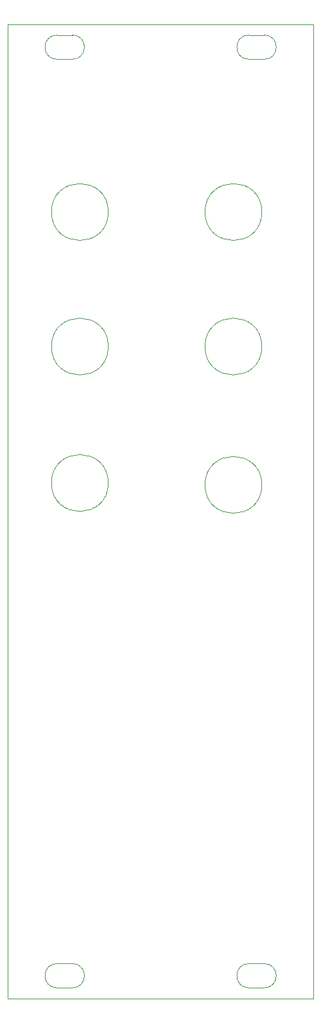
<source format=gbr>
G04 #@! TF.GenerationSoftware,KiCad,Pcbnew,(5.1.5-0)*
G04 #@! TF.CreationDate,2021-01-11T19:07:23-08:00*
G04 #@! TF.ProjectId,dualtimbre,6475616c-7469-46d6-9272-652e6b696361,rev?*
G04 #@! TF.SameCoordinates,Original*
G04 #@! TF.FileFunction,Profile,NP*
%FSLAX46Y46*%
G04 Gerber Fmt 4.6, Leading zero omitted, Abs format (unit mm)*
G04 Created by KiCad (PCBNEW (5.1.5-0)) date 2021-01-11 19:07:23*
%MOMM*%
%LPD*%
G04 APERTURE LIST*
%ADD10C,0.050000*%
G04 APERTURE END LIST*
D10*
X33500000Y-60750000D02*
G75*
G03X33500000Y-60750000I-3750000J0D01*
G01*
X13250000Y-60500000D02*
G75*
G03X13250000Y-60500000I-3750000J0D01*
G01*
X13250000Y-42500000D02*
G75*
G03X13250000Y-42500000I-3750000J0D01*
G01*
X13250000Y-24750000D02*
G75*
G03X13250000Y-24750000I-3750000J0D01*
G01*
X33500000Y-24750000D02*
G75*
G03X33500000Y-24750000I-3750000J0D01*
G01*
X33500000Y-42500000D02*
G75*
G03X33500000Y-42500000I-3750000J0D01*
G01*
X8500000Y-123900000D02*
G75*
G02X8500000Y-127100000I0J-1600000D01*
G01*
X6500000Y-123900000D02*
X8500000Y-123900000D01*
X6500000Y-127100000D02*
G75*
G02X6500000Y-123900000I0J1600000D01*
G01*
X6500000Y-127100000D02*
X8500000Y-127100000D01*
X8500000Y-1400000D02*
G75*
G02X8500000Y-4600000I0J-1600000D01*
G01*
X6500000Y-1400000D02*
X8500000Y-1400000D01*
X6500000Y-4600000D02*
G75*
G02X6500000Y-1400000I0J1600000D01*
G01*
X6500000Y-4600000D02*
X8500000Y-4600000D01*
X33800000Y-123900000D02*
G75*
G02X33800000Y-127100000I0J-1600000D01*
G01*
X31800000Y-123900000D02*
X33800000Y-123900000D01*
X31800000Y-127100000D02*
G75*
G02X31800000Y-123900000I0J1600000D01*
G01*
X31800000Y-127100000D02*
X33800000Y-127100000D01*
X31800000Y-1400000D02*
X33800000Y-1400000D01*
X31800000Y-4600000D02*
X33800000Y-4600000D01*
X31800000Y-4600000D02*
G75*
G02X31800000Y-1400000I0J1600000D01*
G01*
X33800000Y-1400000D02*
G75*
G02X33800000Y-4600000I0J-1600000D01*
G01*
X0Y-128500000D02*
X0Y0D01*
X40300000Y-128500000D02*
X0Y-128500000D01*
X40300000Y0D02*
X40300000Y-128500000D01*
X0Y0D02*
X40300000Y0D01*
M02*

</source>
